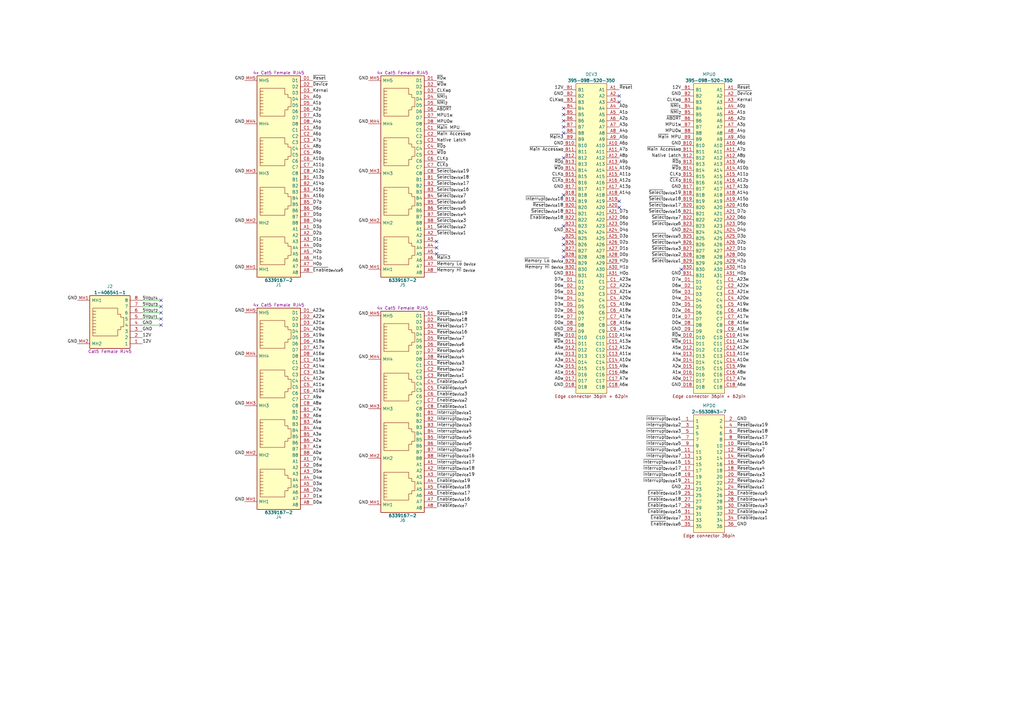
<source format=kicad_sch>
(kicad_sch (version 20231120) (generator "eeschema") (generator_version "8.0")
  (paper "A3")
  (title_block (title "HCP65 Tester") (date "2025-01-30") (rev "V0"))
  (lib_symbols
    (symbol "EDAC:395-098-520-350" (pin_names (offset 0.762))
      (property "Reference" "J" (at 11.43 6.35 0))
      (property "Value" "395-098-520-350" (at 11.43 3.81 0))
      (symbol "395-098-520-350_0_0"
        (pin passive line (at 22.86 0 180) (length 5.08) (name "A1") (number "A1"))
        (pin passive line (at 22.86 -22.86 180) (length 5.08) (name "A10") (number "A10"))
        (pin passive line (at 22.86 -25.4 180) (length 5.08) (name "A11") (number "A11"))
        (pin passive line (at 22.86 -27.94 180) (length 5.08) (name "A12") (number "A12"))
        (pin passive line (at 22.86 -30.48 180) (length 5.08) (name "A13") (number "A13"))
        (pin passive line (at 22.86 -33.02 180) (length 5.08) (name "A14") (number "A14"))
        (pin passive line (at 22.86 -35.56 180) (length 5.08) (name "A15") (number "A15"))
        (pin passive line (at 22.86 -38.1 180) (length 5.08) (name "A16") (number "A16"))
        (pin passive line (at 22.86 -40.64 180) (length 5.08) (name "A17") (number "A17"))
        (pin passive line (at 22.86 -43.18 180) (length 5.08) (name "A18") (number "A18"))
        (pin passive line (at 22.86 -45.72 180) (length 5.08) (name "A19") (number "A19"))
        (pin passive line (at 22.86 -2.54 180) (length 5.08) (name "A2") (number "A2"))
        (pin passive line (at 22.86 -48.26 180) (length 5.08) (name "A20") (number "A20"))
        (pin passive line (at 22.86 -50.8 180) (length 5.08) (name "A21") (number "A21"))
        (pin passive line (at 22.86 -53.34 180) (length 5.08) (name "A22") (number "A22"))
        (pin passive line (at 22.86 -55.88 180) (length 5.08) (name "A23") (number "A23"))
        (pin passive line (at 22.86 -58.42 180) (length 5.08) (name "A24") (number "A24"))
        (pin passive line (at 22.86 -60.96 180) (length 5.08) (name "A25") (number "A25"))
        (pin passive line (at 22.86 -63.5 180) (length 5.08) (name "A26") (number "A26"))
        (pin passive line (at 22.86 -66.04 180) (length 5.08) (name "A27") (number "A27"))
        (pin passive line (at 22.86 -68.58 180) (length 5.08) (name "A28") (number "A28"))
        (pin passive line (at 22.86 -71.12 180) (length 5.08) (name "A29") (number "A29"))
        (pin passive line (at 22.86 -5.08 180) (length 5.08) (name "A3") (number "A3"))
        (pin passive line (at 22.86 -73.66 180) (length 5.08) (name "A30") (number "A30"))
        (pin passive line (at 22.86 -76.2 180) (length 5.08) (name "A31") (number "A31"))
        (pin passive line (at 22.86 -7.62 180) (length 5.08) (name "A4") (number "A4"))
        (pin passive line (at 22.86 -10.16 180) (length 5.08) (name "A5") (number "A5"))
        (pin passive line (at 22.86 -12.7 180) (length 5.08) (name "A6") (number "A6"))
        (pin passive line (at 22.86 -15.24 180) (length 5.08) (name "A7") (number "A7"))
        (pin passive line (at 22.86 -17.78 180) (length 5.08) (name "A8") (number "A8"))
        (pin passive line (at 22.86 -20.32 180) (length 5.08) (name "A9") (number "A9"))
        (pin passive line (at 0 0 0) (length 5.08) (name "B1") (number "B1"))
        (pin passive line (at 0 -22.86 0) (length 5.08) (name "B10") (number "B10"))
        (pin passive line (at 0 -25.4 0) (length 5.08) (name "B11") (number "B11"))
        (pin passive line (at 0 -27.94 0) (length 5.08) (name "B12") (number "B12"))
        (pin passive line (at 0 -30.48 0) (length 5.08) (name "B13") (number "B13"))
        (pin passive line (at 0 -33.02 0) (length 5.08) (name "B14") (number "B14"))
        (pin passive line (at 0 -35.56 0) (length 5.08) (name "B15") (number "B15"))
        (pin passive line (at 0 -38.1 0) (length 5.08) (name "B16") (number "B16"))
        (pin passive line (at 0 -40.64 0) (length 5.08) (name "B17") (number "B17"))
        (pin passive line (at 0 -43.18 0) (length 5.08) (name "B18") (number "B18"))
        (pin passive line (at 0 -45.72 0) (length 5.08) (name "B19") (number "B19"))
        (pin passive line (at 0 -2.54 0) (length 5.08) (name "B2") (number "B2"))
        (pin passive line (at 0 -48.26 0) (length 5.08) (name "B20") (number "B20"))
        (pin passive line (at 0 -50.8 0) (length 5.08) (name "B21") (number "B21"))
        (pin passive line (at 0 -53.34 0) (length 5.08) (name "B22") (number "B22"))
        (pin passive line (at 0 -55.88 0) (length 5.08) (name "B23") (number "B23"))
        (pin passive line (at 0 -58.42 0) (length 5.08) (name "B24") (number "B24"))
        (pin passive line (at 0 -60.96 0) (length 5.08) (name "B25") (number "B25"))
        (pin passive line (at 0 -63.5 0) (length 5.08) (name "B26") (number "B26"))
        (pin passive line (at 0 -66.04 0) (length 5.08) (name "B27") (number "B27"))
        (pin passive line (at 0 -68.58 0) (length 5.08) (name "B28") (number "B28"))
        (pin passive line (at 0 -71.12 0) (length 5.08) (name "B29") (number "B29"))
        (pin passive line (at 0 -5.08 0) (length 5.08) (name "B3") (number "B3"))
        (pin passive line (at 0 -73.66 0) (length 5.08) (name "B30") (number "B30"))
        (pin passive line (at 0 -76.2 0) (length 5.08) (name "B31") (number "B31"))
        (pin passive line (at 0 -7.62 0) (length 5.08) (name "B4") (number "B4"))
        (pin passive line (at 0 -10.16 0) (length 5.08) (name "B5") (number "B5"))
        (pin passive line (at 0 -12.7 0) (length 5.08) (name "B6") (number "B6"))
        (pin passive line (at 0 -15.24 0) (length 5.08) (name "B7") (number "B7"))
        (pin passive line (at 0 -17.78 0) (length 5.08) (name "B8") (number "B8"))
        (pin passive line (at 0 -20.32 0) (length 5.08) (name "B9") (number "B9"))
        (pin passive line (at 22.86 -78.74 180) (length 5.08) (name "C1") (number "C1"))
        (pin passive line (at 22.86 -101.6 180) (length 5.08) (name "C10") (number "C10"))
        (pin passive line (at 22.86 -104.14 180) (length 5.08) (name "C11") (number "C11"))
        (pin passive line (at 22.86 -106.68 180) (length 5.08) (name "C12") (number "C12"))
        (pin passive line (at 22.86 -109.22 180) (length 5.08) (name "C13") (number "C13"))
        (pin passive line (at 22.86 -111.76 180) (length 5.08) (name "C14") (number "C14"))
        (pin passive line (at 22.86 -114.3 180) (length 5.08) (name "C15") (number "C15"))
        (pin passive line (at 22.86 -116.84 180) (length 5.08) (name "C16") (number "C16"))
        (pin passive line (at 22.86 -119.38 180) (length 5.08) (name "C17") (number "C17"))
        (pin passive line (at 22.86 -121.92 180) (length 5.08) (name "C18") (number "C18"))
        (pin passive line (at 22.86 -81.28 180) (length 5.08) (name "C2") (number "C2"))
        (pin passive line (at 22.86 -83.82 180) (length 5.08) (name "C3") (number "C3"))
        (pin passive line (at 22.86 -86.36 180) (length 5.08) (name "C4") (number "C4"))
        (pin passive line (at 22.86 -88.9 180) (length 5.08) (name "C5") (number "C5"))
        (pin passive line (at 22.86 -91.44 180) (length 5.08) (name "C6") (number "C6"))
        (pin passive line (at 22.86 -93.98 180) (length 5.08) (name "C7") (number "C7"))
        (pin passive line (at 22.86 -96.52 180) (length 5.08) (name "C8") (number "C8"))
        (pin passive line (at 22.86 -99.06 180) (length 5.08) (name "C9") (number "C9"))
        (pin passive line (at 0 -78.74 0) (length 5.08) (name "D1") (number "D1"))
        (pin passive line (at 0 -101.6 0) (length 5.08) (name "D10") (number "D10"))
        (pin passive line (at 0 -104.14 0) (length 5.08) (name "D11") (number "D11"))
        (pin passive line (at 0 -106.68 0) (length 5.08) (name "D12") (number "D12"))
        (pin passive line (at 0 -109.22 0) (length 5.08) (name "D13") (number "D13"))
        (pin passive line (at 0 -111.76 0) (length 5.08) (name "D14") (number "D14"))
        (pin passive line (at 0 -114.3 0) (length 5.08) (name "D15") (number "D15"))
        (pin passive line (at 0 -116.84 0) (length 5.08) (name "D16") (number "D16"))
        (pin passive line (at 0 -119.38 0) (length 5.08) (name "D17") (number "D17"))
        (pin passive line (at 0 -121.92 0) (length 5.08) (name "D18") (number "D18"))
        (pin passive line (at 0 -81.28 0) (length 5.08) (name "D2") (number "D2"))
        (pin passive line (at 0 -83.82 0) (length 5.08) (name "D3") (number "D3"))
        (pin passive line (at 0 -86.36 0) (length 5.08) (name "D4") (number "D4"))
        (pin passive line (at 0 -88.9 0) (length 5.08) (name "D5") (number "D5"))
        (pin passive line (at 0 -91.44 0) (length 5.08) (name "D6") (number "D6"))
        (pin passive line (at 0 -93.98 0) (length 5.08) (name "D7") (number "D7"))
        (pin passive line (at 0 -96.52 0) (length 5.08) (name "D8") (number "D8"))
        (pin passive line (at 0 -99.06 0) (length 5.08) (name "D9") (number "D9"))
      )
      (symbol "395-098-520-350_1_1"
        (polyline (pts (xy 5.08 2.54) (xy 17.78 2.54) (xy 17.78 -124.46) (xy 5.08 -124.46) (xy 5.08 2.54)) (stroke (width 0.1524)) (fill (type background)))
        (text "Edge connector 36pin + 62pin" (at 11.43 -125.73 0) (effects (font (size 1.27 1.27))))
      )
    )
    (symbol "TE_Connectivity:1-406541-1" (pin_names (offset 0.762))
      (property "Reference" "J" (at -13.335 5.715 0))
      (property "Value" "1-406541-1" (at -13.335 3.175 0))
      (property "Description" "Cat5 Female RJ45" (at -13.335 -20.955 0))
      (symbol "1-406541-1_0_0"
        (pin passive line (at 0 -17.78 180) (length 5.08) (name "1") (number "1"))
        (pin passive line (at 0 -15.24 180) (length 5.08) (name "2") (number "2"))
        (pin passive line (at 0 -12.7 180) (length 5.08) (name "3") (number "3"))
        (pin passive line (at 0 -10.16 180) (length 5.08) (name "4") (number "4"))
        (pin passive line (at 0 -7.62 180) (length 5.08) (name "5") (number "5"))
        (pin passive line (at 0 -5.08 180) (length 5.08) (name "6") (number "6"))
        (pin passive line (at 0 -2.54 180) (length 5.08) (name "7") (number "7"))
        (pin passive line (at 0 0 180) (length 5.08) (name "8") (number "8"))
      )
      (symbol "1-406541-1_0_1"
        (rectangle (start -21.59 1.905) (end -5.08 -19.685) (stroke (width 0.254)) (fill (type background)))
        (polyline (pts (xy -19.05 -5.715) (xy -20.32 -5.715)))
        (polyline (pts (xy -19.05 -4.445) (xy -20.32 -4.445)))
        (polyline (pts (xy -20.32 -13.335) (xy -19.05 -13.335) (xy -19.05 -13.335)))
        (polyline (pts (xy -20.32 -12.065) (xy -19.05 -12.065) (xy -19.05 -12.065)))
        (polyline (pts (xy -20.32 -10.795) (xy -19.05 -10.795) (xy -19.05 -10.795)))
        (polyline (pts (xy -20.32 -9.525) (xy -19.05 -9.525) (xy -19.05 -9.525)))
        (polyline (pts (xy -20.32 -8.255) (xy -19.05 -8.255) (xy -19.05 -8.255)))
        (polyline (pts (xy -19.05 -6.985) (xy -20.32 -6.985) (xy -20.32 -6.985)))
        (polyline (pts (xy -20.32 -14.605) (xy -20.32 -3.175) (xy -10.16 -3.175) (xy -10.16 -5.715) (xy -8.89 -5.715) (xy -8.89 -6.985) (xy -7.62 -6.985) (xy -7.62 -10.795) (xy -8.89 -10.795) (xy -8.89 -12.065) (xy -10.16 -12.065) (xy -10.16 -14.605) (xy -20.32 -14.605) (xy -20.32 -14.605)))
      )
      (symbol "1-406541-1_1_0"
        (pin passive line (at -26.67 0 0) (length 5.08) (name "MH1") (number "MH1"))
        (pin passive line (at -26.67 -17.78 0) (length 5.08) (name "MH2") (number "MH2"))
      )
    )
    (symbol "TE_Connectivity:2-5530843-7" (pin_names (offset 0.762))
      (property "Reference" "J" (at 11.43 6.35 0))
      (property "Value" "2-5530843-7" (at 11.43 3.81 0))
      (symbol "2-5530843-7_0_0"
        (pin passive line (at 0 0 0) (length 5.08) (name "1") (number "1"))
        (pin passive line (at 22.86 -10.16 180) (length 5.08) (name "10") (number "10"))
        (pin passive line (at 0 -12.7 0) (length 5.08) (name "11") (number "11"))
        (pin passive line (at 22.86 -12.7 180) (length 5.08) (name "12") (number "12"))
        (pin passive line (at 0 -15.24 0) (length 5.08) (name "13") (number "13"))
        (pin passive line (at 22.86 -15.24 180) (length 5.08) (name "14") (number "14"))
        (pin passive line (at 0 -17.78 0) (length 5.08) (name "15") (number "15"))
        (pin passive line (at 22.86 -17.78 180) (length 5.08) (name "16") (number "16"))
        (pin passive line (at 0 -20.32 0) (length 5.08) (name "17") (number "17"))
        (pin passive line (at 22.86 -20.32 180) (length 5.08) (name "18") (number "18"))
        (pin passive line (at 0 -22.86 0) (length 5.08) (name "19") (number "19"))
        (pin passive line (at 22.86 0 180) (length 5.08) (name "2") (number "2"))
        (pin passive line (at 22.86 -22.86 180) (length 5.08) (name "20") (number "20"))
        (pin passive line (at 0 -25.4 0) (length 5.08) (name "21") (number "21"))
        (pin passive line (at 22.86 -25.4 180) (length 5.08) (name "22") (number "22"))
        (pin passive line (at 0 -27.94 0) (length 5.08) (name "23") (number "23"))
        (pin passive line (at 22.86 -27.94 180) (length 5.08) (name "24") (number "24"))
        (pin passive line (at 0 -30.48 0) (length 5.08) (name "25") (number "25"))
        (pin passive line (at 22.86 -30.48 180) (length 5.08) (name "26") (number "26"))
        (pin passive line (at 0 -33.02 0) (length 5.08) (name "27") (number "27"))
        (pin passive line (at 22.86 -33.02 180) (length 5.08) (name "28") (number "28"))
        (pin passive line (at 0 -35.56 0) (length 5.08) (name "29") (number "29"))
        (pin passive line (at 0 -2.54 0) (length 5.08) (name "3") (number "3"))
        (pin passive line (at 22.86 -35.56 180) (length 5.08) (name "30") (number "30"))
        (pin passive line (at 0 -38.1 0) (length 5.08) (name "31") (number "31"))
        (pin passive line (at 22.86 -38.1 180) (length 5.08) (name "32") (number "32"))
        (pin passive line (at 0 -40.64 0) (length 5.08) (name "33") (number "33"))
        (pin passive line (at 22.86 -40.64 180) (length 5.08) (name "34") (number "34"))
        (pin passive line (at 0 -43.18 0) (length 5.08) (name "35") (number "35"))
        (pin passive line (at 22.86 -43.18 180) (length 5.08) (name "36") (number "36"))
        (pin passive line (at 22.86 -2.54 180) (length 5.08) (name "4") (number "4"))
        (pin passive line (at 0 -5.08 0) (length 5.08) (name "5") (number "5"))
        (pin passive line (at 22.86 -5.08 180) (length 5.08) (name "6") (number "6"))
        (pin passive line (at 0 -7.62 0) (length 5.08) (name "7") (number "7"))
        (pin passive line (at 22.86 -7.62 180) (length 5.08) (name "8") (number "8"))
        (pin passive line (at 0 -10.16 0) (length 5.08) (name "9") (number "9"))
      )
      (symbol "2-5530843-7_1_1"
        (polyline (pts (xy 5.08 2.54) (xy 17.78 2.54) (xy 17.78 -45.72) (xy 5.08 -45.72) (xy 5.08 2.54)) (stroke (width 0.1524)) (fill (type background)))
        (text "Edge connector 36pin" (at 11.43 -46.99 0) (effects (font (size 1.27 1.27))))
      )
    )
    (symbol "TE_Connectivity:6339167-2" (pin_names (offset 0.762))
      (property "Reference" "J" (at -13.97 5.08 0))
      (property "Value" "6339167-2" (at -13.97 3.175 0))
      (property "Description" "4x Cat5 Female RJ45" (at -13.97 -81.915 0))
      (symbol "6339167-2_0_0"
        (pin passive line (at 0 -17.78 180) (length 5.08) (name "A1") (number "A1"))
        (pin passive line (at 0 -15.24 180) (length 5.08) (name "A2") (number "A2"))
        (pin passive line (at 0 -12.7 180) (length 5.08) (name "A3") (number "A3"))
        (pin passive line (at 0 -10.16 180) (length 5.08) (name "A4") (number "A4"))
        (pin passive line (at 0 -7.62 180) (length 5.08) (name "A5") (number "A5"))
        (pin passive line (at 0 -5.08 180) (length 5.08) (name "A6") (number "A6"))
        (pin passive line (at 0 -2.54 180) (length 5.08) (name "A7") (number "A7"))
        (pin passive line (at 0 0 180) (length 5.08) (name "A8") (number "A8"))
        (pin passive line (at 0 -38.1 180) (length 5.08) (name "B1") (number "B1"))
        (pin passive line (at 0 -35.56 180) (length 5.08) (name "B2") (number "B2"))
        (pin passive line (at 0 -33.02 180) (length 5.08) (name "B3") (number "B3"))
        (pin passive line (at 0 -30.48 180) (length 5.08) (name "B4") (number "B4"))
        (pin passive line (at 0 -27.94 180) (length 5.08) (name "B5") (number "B5"))
        (pin passive line (at 0 -25.4 180) (length 5.08) (name "B6") (number "B6"))
        (pin passive line (at 0 -22.86 180) (length 5.08) (name "B7") (number "B7"))
        (pin passive line (at 0 -20.32 180) (length 5.08) (name "B8") (number "B8"))
        (pin passive line (at 0 -58.42 180) (length 5.08) (name "C1") (number "C1"))
        (pin passive line (at 0 -55.88 180) (length 5.08) (name "C2") (number "C2"))
        (pin passive line (at 0 -53.34 180) (length 5.08) (name "C3") (number "C3"))
        (pin passive line (at 0 -50.8 180) (length 5.08) (name "C4") (number "C4"))
        (pin passive line (at 0 -48.26 180) (length 5.08) (name "C5") (number "C5"))
        (pin passive line (at 0 -45.72 180) (length 5.08) (name "C6") (number "C6"))
        (pin passive line (at 0 -43.18 180) (length 5.08) (name "C7") (number "C7"))
        (pin passive line (at 0 -40.64 180) (length 5.08) (name "C8") (number "C8"))
        (pin passive line (at 0 -78.74 180) (length 5.08) (name "D1") (number "D1"))
        (pin passive line (at 0 -76.2 180) (length 5.08) (name "D2") (number "D2"))
        (pin passive line (at 0 -73.66 180) (length 5.08) (name "D3") (number "D3"))
        (pin passive line (at 0 -71.12 180) (length 5.08) (name "D4") (number "D4"))
        (pin passive line (at 0 -68.58 180) (length 5.08) (name "D5") (number "D5"))
        (pin passive line (at 0 -66.04 180) (length 5.08) (name "D6") (number "D6"))
        (pin passive line (at 0 -63.5 180) (length 5.08) (name "D7") (number "D7"))
        (pin passive line (at 0 -60.96 180) (length 5.08) (name "D8") (number "D8"))
        (pin passive line (at -27.94 -1.27 0) (length 5.08) (name "MH1") (number "MH1"))
        (pin passive line (at -27.94 -20.32 0) (length 5.08) (name "MH2") (number "MH2"))
        (pin passive line (at -27.94 -40.64 0) (length 5.08) (name "MH3") (number "MH3"))
        (pin passive line (at -27.94 -60.96 0) (length 5.08) (name "MH4") (number "MH4"))
        (pin passive line (at -27.94 -78.74 0) (length 5.08) (name "MH5") (number "MH5"))
      )
      (symbol "6339167-2_0_1"
        (rectangle (start -22.86 1.905) (end -5.08 -80.645) (stroke (width 0.254)) (fill (type background)))
        (polyline (pts (xy -20.32 -66.675) (xy -21.59 -66.675)))
        (polyline (pts (xy -20.32 -65.405) (xy -21.59 -65.405)))
        (polyline (pts (xy -20.32 -46.355) (xy -21.59 -46.355)))
        (polyline (pts (xy -20.32 -45.085) (xy -21.59 -45.085)))
        (polyline (pts (xy -20.32 -26.035) (xy -21.59 -26.035)))
        (polyline (pts (xy -20.32 -24.765) (xy -21.59 -24.765)))
        (polyline (pts (xy -20.32 -5.715) (xy -21.59 -5.715)))
        (polyline (pts (xy -20.32 -4.445) (xy -21.59 -4.445)))
        (polyline (pts (xy -21.59 -74.295) (xy -20.32 -74.295) (xy -20.32 -74.295)))
        (polyline (pts (xy -21.59 -73.025) (xy -20.32 -73.025) (xy -20.32 -73.025)))
        (polyline (pts (xy -21.59 -71.755) (xy -20.32 -71.755) (xy -20.32 -71.755)))
        (polyline (pts (xy -21.59 -70.485) (xy -20.32 -70.485) (xy -20.32 -70.485)))
        (polyline (pts (xy -21.59 -69.215) (xy -20.32 -69.215) (xy -20.32 -69.215)))
        (polyline (pts (xy -21.59 -53.975) (xy -20.32 -53.975) (xy -20.32 -53.975)))
        (polyline (pts (xy -21.59 -52.705) (xy -20.32 -52.705) (xy -20.32 -52.705)))
        (polyline (pts (xy -21.59 -51.435) (xy -20.32 -51.435) (xy -20.32 -51.435)))
        (polyline (pts (xy -21.59 -50.165) (xy -20.32 -50.165) (xy -20.32 -50.165)))
        (polyline (pts (xy -21.59 -48.895) (xy -20.32 -48.895) (xy -20.32 -48.895)))
        (polyline (pts (xy -21.59 -33.655) (xy -20.32 -33.655) (xy -20.32 -33.655)))
        (polyline (pts (xy -21.59 -32.385) (xy -20.32 -32.385) (xy -20.32 -32.385)))
        (polyline (pts (xy -21.59 -31.115) (xy -20.32 -31.115) (xy -20.32 -31.115)))
        (polyline (pts (xy -21.59 -29.845) (xy -20.32 -29.845) (xy -20.32 -29.845)))
        (polyline (pts (xy -21.59 -28.575) (xy -20.32 -28.575) (xy -20.32 -28.575)))
        (polyline (pts (xy -21.59 -13.335) (xy -20.32 -13.335) (xy -20.32 -13.335)))
        (polyline (pts (xy -21.59 -12.065) (xy -20.32 -12.065) (xy -20.32 -12.065)))
        (polyline (pts (xy -21.59 -10.795) (xy -20.32 -10.795) (xy -20.32 -10.795)))
        (polyline (pts (xy -21.59 -9.525) (xy -20.32 -9.525) (xy -20.32 -9.525)))
        (polyline (pts (xy -21.59 -8.255) (xy -20.32 -8.255) (xy -20.32 -8.255)))
        (polyline (pts (xy -20.32 -67.945) (xy -21.59 -67.945) (xy -21.59 -67.945)))
        (polyline (pts (xy -20.32 -47.625) (xy -21.59 -47.625) (xy -21.59 -47.625)))
        (polyline (pts (xy -20.32 -27.305) (xy -21.59 -27.305) (xy -21.59 -27.305)))
        (polyline (pts (xy -20.32 -6.985) (xy -21.59 -6.985) (xy -21.59 -6.985)))
        (polyline (pts (xy -21.59 -75.565) (xy -21.59 -64.135) (xy -11.43 -64.135) (xy -11.43 -66.675) (xy -10.16 -66.675) (xy -10.16 -67.945) (xy -8.89 -67.945) (xy -8.89 -71.755) (xy -10.16 -71.755) (xy -10.16 -73.025) (xy -11.43 -73.025) (xy -11.43 -75.565) (xy -21.59 -75.565) (xy -21.59 -75.565)))
        (polyline (pts (xy -21.59 -55.245) (xy -21.59 -43.815) (xy -11.43 -43.815) (xy -11.43 -46.355) (xy -10.16 -46.355) (xy -10.16 -47.625) (xy -8.89 -47.625) (xy -8.89 -51.435) (xy -10.16 -51.435) (xy -10.16 -52.705) (xy -11.43 -52.705) (xy -11.43 -55.245) (xy -21.59 -55.245) (xy -21.59 -55.245)))
        (polyline (pts (xy -21.59 -34.925) (xy -21.59 -23.495) (xy -11.43 -23.495) (xy -11.43 -26.035) (xy -10.16 -26.035) (xy -10.16 -27.305) (xy -8.89 -27.305) (xy -8.89 -31.115) (xy -10.16 -31.115) (xy -10.16 -32.385) (xy -11.43 -32.385) (xy -11.43 -34.925) (xy -21.59 -34.925) (xy -21.59 -34.925)))
        (polyline (pts (xy -21.59 -14.605) (xy -21.59 -3.175) (xy -11.43 -3.175) (xy -11.43 -5.715) (xy -10.16 -5.715) (xy -10.16 -6.985) (xy -8.89 -6.985) (xy -8.89 -10.795) (xy -10.16 -10.795) (xy -10.16 -12.065) (xy -11.43 -12.065) (xy -11.43 -14.605) (xy -21.59 -14.605) (xy -21.59 -14.605)))
      )
    )
  )
  (no_connect (at 254 41.91))
  (no_connect (at 66.04 128.27))
  (no_connect (at 231.14 46.99))
  (no_connect (at 254 85.09))
  (no_connect (at 179.07 99.06))
  (no_connect (at 231.14 102.87))
  (no_connect (at 231.14 44.45))
  (no_connect (at 279.4 110.49))
  (no_connect (at 231.14 49.53))
  (no_connect (at 66.04 130.81))
  (no_connect (at 66.04 125.73))
  (no_connect (at 66.04 123.19))
  (no_connect (at 231.14 92.71))
  (no_connect (at 254 39.37))
  (no_connect (at 231.14 54.61))
  (no_connect (at 179.07 104.14))
  (no_connect (at 231.14 105.41))
  (no_connect (at 179.07 101.6))
  (no_connect (at 231.14 80.01))
  (no_connect (at 231.14 97.79))
  (no_connect (at 231.14 100.33))
  (no_connect (at 254 82.55))
  (no_connect (at 66.04 133.35))
  (no_connect (at 231.14 52.07))
  (no_connect (at 231.14 64.77))
  (wire (pts (xy 58.42 130.81) (xy 66.04 130.81)))
  (wire (pts (xy 58.42 125.73) (xy 66.04 125.73)))
  (wire (pts (xy 58.42 133.35) (xy 66.04 133.35)))
  (wire (pts (xy 58.42 123.19) (xy 66.04 123.19)))
  (wire (pts (xy 58.42 128.27) (xy 66.04 128.27)))
  (label "GND" (at 279.4 158.75 180))
  (label "D0_{D}" (at 254 105.41 0))
  (label "~{Select}_{Device}4" (at 279.4 100.33 180))
  (label "A11_{M}" (at 302.26 146.05 0))
  (label "MPU1_{M}" (at 279.4 52.07 180))
  (label "A10_{D}" (at 302.26 69.85 0))
  (label "~{CLK}_{D}" (at 179.07 68.58 0))
  (label "~{WD}_{D}" (at 231.14 69.85 180))
  (label "D4_{M}" (at 231.14 123.19 180))
  (label "GND" (at 100.33 91.44 180))
  (label "~{Memory Hi}_{ Device}" (at 231.14 110.49 180))
  (label "~{Memory Lo}_{ Device}" (at 231.14 107.95 180))
  (label "~{Select}_{Device}18" (at 279.4 82.55 180))
  (label "GND" (at 58.42 135.89 0))
  (label "~{Interrupt}_{Device}1" (at 279.4 172.72 180))
  (label "A21_{M}" (at 254 120.65 0))
  (label "A14_{D}" (at 254 80.01 0))
  (label "A12_{D}" (at 128.27 71.12 0))
  (label "D2_{M}" (at 128.27 201.93 0))
  (label "D5_{D}" (at 254 92.71 0))
  (label "D4_{M}" (at 279.4 123.19 180))
  (label "~{Reset}_{Device}3" (at 302.26 195.58 0))
  (label "5V_{OUT1}" (at 58.42 130.81 0))
  (label "D7_{M}" (at 128.27 189.23 0))
  (label "~{Interrupt}_{Device}16" (at 279.4 190.5 180))
  (label "GND" (at 231.14 158.75 180))
  (label "GND" (at 231.14 95.25 180))
  (label "A19_{M}" (at 254 125.73 0))
  (label "D1_{M}" (at 279.4 130.81 180))
  (label "GND" (at 100.33 110.49 180))
  (label "GND" (at 31.75 123.19 180))
  (label "~{Enable}_{Device}19" (at 279.4 203.2 180))
  (label "~{Enable}_{Device}5" (at 179.07 157.48 0))
  (label "A7_{M}" (at 254 156.21 0))
  (label "A4_{M}" (at 231.14 146.05 180))
  (label "~{Interrupt}_{Device}6" (at 279.4 185.42 180))
  (label "~{Enable}_{Device}16" (at 179.07 205.74 0))
  (label "~{Reset}_{Device}5" (at 179.07 144.78 0))
  (label "A23_{M}" (at 128.27 128.27 0))
  (label "~{Select}_{Device}18" (at 179.07 73.66 0))
  (label "A18_{M}" (at 254 128.27 0))
  (label "GND" (at 31.75 140.97 180))
  (label "~{Interrupt}_{Device}2" (at 179.07 172.72 0))
  (label "~{Select}_{Device}5" (at 179.07 86.36 0))
  (label "~{Enable}_{Device}18" (at 179.07 200.66 0))
  (label "~{Interrupt}_{Device}4" (at 279.4 180.34 180))
  (label "D3_{D}" (at 302.26 97.79 0))
  (label "Kernal" (at 128.27 38.1 0))
  (label "D2_{M}" (at 279.4 128.27 180))
  (label "A20_{M}" (at 302.26 123.19 0))
  (label "D0_{M}" (at 279.4 133.35 180))
  (label "A1_{M}" (at 279.4 153.67 180))
  (label "A6_{M}" (at 302.26 158.75 0))
  (label "~{Reset}_{Device}7" (at 302.26 185.42 0))
  (label "D3_{M}" (at 279.4 125.73 180))
  (label "~{Interrupt}_{Device}1" (at 179.07 170.18 0))
  (label "~{Select}_{Device}5" (at 279.4 97.79 180))
  (label "D6_{M}" (at 279.4 118.11 180))
  (label "~{NMI}_{1}" (at 279.4 44.45 180))
  (label "A2_{M}" (at 231.14 151.13 180))
  (label "~{Select}_{Device}19" (at 179.07 71.12 0))
  (label "A9_{D}" (at 254 67.31 0))
  (label "GND" (at 100.33 128.27 180))
  (label "~{Interrupt}_{Device}19" (at 279.4 198.12 180))
  (label "~{Reset}" (at 254 36.83 0))
  (label "~{Enable}_{Device}3" (at 302.26 208.28 0))
  (label "~{Interrupt}_{Device}19" (at 179.07 195.58 0))
  (label "~{Enable}_{Device}18" (at 279.4 205.74 180))
  (label "~{Enable}_{Device}5" (at 302.26 203.2 0))
  (label "A12_{D}" (at 254 74.93 0))
  (label "~{Select}_{Device}6" (at 279.4 92.71 180))
  (label "~{Interrupt}_{Device}7" (at 179.07 185.42 0))
  (label "A0_{M}" (at 231.14 156.21 180))
  (label "A2_{M}" (at 279.4 151.13 180))
  (label "~{Select}_{Device}1" (at 279.4 107.95 180))
  (label "GND" (at 279.4 135.89 180))
  (label "A10_{D}" (at 254 69.85 0))
  (label "D4_{D}" (at 128.27 91.44 0))
  (label "A11_{D}" (at 128.27 68.58 0))
  (label "~{Select}_{Device}17" (at 279.4 85.09 180))
  (label "A8_{D}" (at 302.26 64.77 0))
  (label "A1_{D}" (at 254 46.99 0))
  (label "A14_{M}" (at 128.27 151.13 0))
  (label "~{RD}_{M}" (at 279.4 138.43 180))
  (label "A0_{D}" (at 254 44.45 0))
  (label "A16_{M}" (at 254 133.35 0))
  (label "~{RD}_{D}" (at 231.14 67.31 180))
  (label "~{Main} MPU" (at 179.07 53.34 0))
  (label "CLK_{D}" (at 179.07 66.04 0))
  (label "D6_{D}" (at 128.27 86.36 0))
  (label "~{Device}" (at 302.26 39.37 0))
  (label "A10_{M}" (at 254 148.59 0))
  (label "A5_{M}" (at 279.4 143.51 180))
  (label "MPU1_{M}" (at 179.07 48.26 0))
  (label "~{WD}_{D}" (at 179.07 63.5 0))
  (label "A6_{M}" (at 128.27 171.45 0))
  (label "~{ABORT}" (at 279.4 49.53 180))
  (label "A1_{M}" (at 128.27 184.15 0))
  (label "A7_{M}" (at 302.26 156.21 0))
  (label "~{Enable}_{Device}17" (at 179.07 203.2 0))
  (label "D5_{M}" (at 128.27 194.31 0))
  (label "~{Select}_{Device}16" (at 179.07 78.74 0))
  (label "~{Select}_{Device}3" (at 279.4 102.87 180))
  (label "A8_{M}" (at 254 153.67 0))
  (label "~{Reset}_{Device}4" (at 302.26 193.04 0))
  (label "MPU0_{M}" (at 179.07 50.8 0))
  (label "~{Enable}_{Device}16" (at 279.4 210.82 180))
  (label "~{NMI}_{2}" (at 279.4 46.99 180))
  (label "~{CLK}_{D}" (at 231.14 74.93 180))
  (label "~{Interrupt}_{Device}18" (at 231.14 82.55 180))
  (label "GND" (at 100.33 33.02 180))
  (label "~{WD}_{D}" (at 279.4 69.85 180))
  (label "~{Interrupt}_{Device}2" (at 279.4 175.26 180))
  (label "A6_{D}" (at 302.26 59.69 0))
  (label "A12_{M}" (at 302.26 143.51 0))
  (label "A11_{M}" (at 128.27 158.75 0))
  (label "GND" (at 100.33 186.69 180))
  (label "A20_{M}" (at 254 123.19 0))
  (label "GND" (at 302.26 215.9 0))
  (label "~{Enable}_{Device}18" (at 231.14 90.17 180))
  (label "~{WD}_{M}" (at 231.14 140.97 180))
  (label "A5_{D}" (at 254 57.15 0))
  (label "A5_{D}" (at 302.26 57.15 0))
  (label "A19_{M}" (at 128.27 138.43 0))
  (label "A13_{D}" (at 302.26 77.47 0))
  (label "~{Enable}_{Device}17" (at 279.4 208.28 180))
  (label "D6_{D}" (at 254 90.17 0))
  (label "~{Reset}_{Device}2" (at 179.07 152.4 0))
  (label "A9_{M}" (at 128.27 163.83 0))
  (label "D1_{D}" (at 128.27 99.06 0))
  (label "A22_{M}" (at 128.27 130.81 0))
  (label "H0_{D}" (at 254 113.03 0))
  (label "~{Reset}_{Device}7" (at 179.07 139.7 0))
  (label "GND" (at 279.4 95.25 180))
  (label "~{Interrupt}_{Device}7" (at 279.4 187.96 180))
  (label "GND" (at 231.14 59.69 180))
  (label "H2_{D}" (at 302.26 107.95 0))
  (label "D0_{D}" (at 302.26 105.41 0))
  (label "A19_{M}" (at 302.26 125.73 0))
  (label "A9_{M}" (at 302.26 151.13 0))
  (label "D3_{M}" (at 128.27 199.39 0))
  (label "Native Latch" (at 179.07 58.42 0))
  (label "A11_{D}" (at 254 72.39 0))
  (label "12V" (at 58.42 138.43 0))
  (label "A8_{D}" (at 128.27 60.96 0))
  (label "A1_{D}" (at 128.27 43.18 0))
  (label "~{Interrupt}_{Device}5" (at 179.07 180.34 0))
  (label "Native Latch" (at 279.4 64.77 180))
  (label "A2_{D}" (at 128.27 45.72 0))
  (label "A17_{M}" (at 302.26 130.81 0))
  (label "MPU0_{M}" (at 279.4 54.61 180))
  (label "5V_{OUT2}" (at 58.42 128.27 0))
  (label "A9_{D}" (at 302.26 67.31 0))
  (label "H0_{D}" (at 128.27 109.22 0))
  (label "A2_{D}" (at 254 49.53 0))
  (label "A15_{D}" (at 302.26 82.55 0))
  (label "~{NMI}_{1}" (at 179.07 40.64 0))
  (label "CLK_{M0}" (at 279.4 41.91 180))
  (label "~{WD}_{M}" (at 179.07 35.56 0))
  (label "D6_{M}" (at 231.14 118.11 180))
  (label "~{Interrupt}_{Device}5" (at 279.4 182.88 180))
  (label "D6_{D}" (at 302.26 90.17 0))
  (label "~{Interrupt}_{Device}17" (at 179.07 190.5 0))
  (label "A11_{M}" (at 254 146.05 0))
  (label "GND" (at 100.33 50.8 180))
  (label "A16_{D}" (at 302.26 85.09 0))
  (label "GND" (at 279.4 113.03 180))
  (label "GND" (at 151.13 187.96 180))
  (label "A16_{M}" (at 302.26 133.35 0))
  (label "~{Interrupt}_{Device}3" (at 179.07 175.26 0))
  (label "A0_{M}" (at 128.27 186.69 0))
  (label "GND" (at 100.33 146.05 180))
  (label "D7_{M}" (at 231.14 115.57 180))
  (label "~{Reset}_{Device}18" (at 179.07 132.08 0))
  (label "A3_{M}" (at 231.14 148.59 180))
  (label "~{Interrupt}_{Device}18" (at 279.4 195.58 180))
  (label "D0_{M}" (at 128.27 207.01 0))
  (label "A2_{D}" (at 302.26 49.53 0))
  (label "A9_{M}" (at 254 151.13 0))
  (label "~{Select}_{Device}7" (at 279.4 90.17 180))
  (label "GND" (at 302.26 172.72 0))
  (label "A17_{M}" (at 254 130.81 0))
  (label "A6_{D}" (at 254 59.69 0))
  (label "A3_{M}" (at 128.27 179.07 0))
  (label "D4_{D}" (at 302.26 95.25 0))
  (label "A11_{D}" (at 302.26 72.39 0))
  (label "D5_{D}" (at 128.27 88.9 0))
  (label "GND" (at 151.13 167.64 180))
  (label "GND" (at 279.4 39.37 180))
  (label "A10_{M}" (at 128.27 161.29 0))
  (label "D3_{D}" (at 254 97.79 0))
  (label "A1_{D}" (at 302.26 46.99 0))
  (label "~{Reset}_{Device}16" (at 302.26 182.88 0))
  (label "GND" (at 151.13 147.32 180))
  (label "~{WD}_{M}" (at 279.4 140.97 180))
  (label "GND" (at 231.14 135.89 180))
  (label "12V" (at 58.42 140.97 0))
  (label "~{Memory Lo}_{ Device}" (at 179.07 109.22 0))
  (label "A3_{D}" (at 254 52.07 0))
  (label "A5_{M}" (at 128.27 173.99 0))
  (label "~{RD}_{M}" (at 231.14 138.43 180))
  (label "A4_{D}" (at 128.27 50.8 0))
  (label "D1_{D}" (at 254 102.87 0))
  (label "A14_{M}" (at 302.26 138.43 0))
  (label "~{CLK}_{D}" (at 279.4 74.93 180))
  (label "~{Reset}_{Device}18" (at 302.26 177.8 0))
  (label "~{Main Access}_{M0}" (at 231.14 62.23 180))
  (label "A18_{M}" (at 128.27 140.97 0))
  (label "~{Main}3" (at 231.14 57.15 180))
  (label "A8_{M}" (at 128.27 166.37 0))
  (label "~{Memory Hi}_{ Device}" (at 179.07 111.76 0))
  (label "D5_{M}" (at 231.14 120.65 180))
  (label "D4_{D}" (at 254 95.25 0))
  (label "~{Reset}_{Device}1" (at 302.26 200.66 0))
  (label "A15_{M}" (at 128.27 148.59 0))
  (label "D0_{M}" (at 231.14 133.35 180))
  (label "~{Select}_{Device}18" (at 231.14 87.63 180))
  (label "GND" (at 100.33 166.37 180))
  (label "D3_{D}" (at 128.27 93.98 0))
  (label "GND" (at 151.13 207.01 180))
  (label "GND" (at 151.13 33.02 180))
  (label "D4_{M}" (at 128.27 196.85 0))
  (label "~{Enable}_{Device}1" (at 179.07 167.64 0))
  (label "~{Reset}_{Device}6" (at 302.26 187.96 0))
  (label "~{RD}_{D}" (at 179.07 60.96 0))
  (label "~{Select}_{Device}6" (at 179.07 83.82 0))
  (label "~{Select}_{Device}19" (at 279.4 80.01 180))
  (label "~{Select}_{Device}2" (at 279.4 105.41 180))
  (label "~{Select}_{Device}17" (at 179.07 76.2 0))
  (label "A8_{M}" (at 302.26 153.67 0))
  (label "A0_{D}" (at 302.26 44.45 0))
  (label "GND" (at 151.13 91.44 180))
  (label "A9_{D}" (at 128.27 63.5 0))
  (label "~{Interrupt}_{Device}18" (at 179.07 193.04 0))
  (label "A2_{M}" (at 128.27 181.61 0))
  (label "A8_{D}" (at 254 64.77 0))
  (label "H2_{D}" (at 128.27 104.14 0))
  (label "A7_{M}" (at 128.27 168.91 0))
  (label "~{Interrupt}_{Device}6" (at 179.07 182.88 0))
  (label "A4_{D}" (at 254 54.61 0))
  (label "A18_{M}" (at 302.26 128.27 0))
  (label "A22_{M}" (at 254 118.11 0))
  (label "~{Reset}_{Device}17" (at 179.07 134.62 0))
  (label "~{Reset}_{Device}19" (at 179.07 129.54 0))
  (label "~{Enable}_{Device}3" (at 179.07 162.56 0))
  (label "GND" (at 151.13 110.49 180))
  (label "GND" (at 58.42 133.35 0))
  (label "5V_{OUT4}" (at 58.42 123.19 0))
  (label "A13_{M}" (at 128.27 153.67 0))
  (label "GND" (at 231.14 77.47 180))
  (label "D1_{D}" (at 302.26 102.87 0))
  (label "GND" (at 151.13 129.54 180))
  (label "H1_{D}" (at 128.27 106.68 0))
  (label "D7_{D}" (at 254 87.63 0))
  (label "GND" (at 151.13 71.12 180))
  (label "~{Reset}" (at 302.26 36.83 0))
  (label "D5_{D}" (at 302.26 92.71 0))
  (label "~{Reset}_{Device}1" (at 179.07 154.94 0))
  (label "A23_{M}" (at 254 115.57 0))
  (label "5V_{OUT3}" (at 58.42 125.73 0))
  (label "D2_{M}" (at 231.14 128.27 180))
  (label "A10_{M}" (at 302.26 148.59 0))
  (label "CLK_{D}" (at 279.4 72.39 180))
  (label "~{Reset}_{Device}5" (at 302.26 190.5 0))
  (label "A4_{M}" (at 279.4 146.05 180))
  (label "D5_{M}" (at 279.4 120.65 180))
  (label "D3_{M}" (at 231.14 125.73 180))
  (label "A6_{D}" (at 128.27 55.88 0))
  (label "D7_{M}" (at 279.4 115.57 180))
  (label "~{Interrupt}_{Device}16" (at 179.07 187.96 0))
  (label "D7_{D}" (at 128.27 83.82 0))
  (label "~{Interrupt}_{Device}17" (at 279.4 193.04 180))
  (label "~{Main} MPU" (at 279.4 57.15 180))
  (label "~{Select}_{Device}4" (at 179.07 88.9 0))
  (label "~{Enable}_{Device}7" (at 179.07 208.28 0))
  (label "~{Select}_{Device}1" (at 179.07 96.52 0))
  (label "A12_{D}" (at 302.26 74.93 0))
  (label "~{Enable}_{Device}2" (at 179.07 165.1 0))
  (label "A14_{M}" (at 254 138.43 0))
  (label "A13_{D}" (at 254 77.47 0))
  (label "A17_{M}" (at 128.27 143.51 0))
  (label "A12_{M}" (at 254 143.51 0))
  (label "A6_{M}" (at 254 158.75 0))
  (label "CLK_{M0}" (at 179.07 38.1 0))
  (label "A15_{M}" (at 254 135.89 0))
  (label "A4_{M}" (at 128.27 176.53 0))
  (label "12V" (at 231.14 36.83 180))
  (label "~{Select}_{Device}2" (at 179.07 93.98 0))
  (label "A23_{M}" (at 302.26 115.57 0))
  (label "~{Select}_{Device}16" (at 279.4 87.63 180))
  (label "GND" (at 100.33 205.74 180))
  (label "~{ABORT}" (at 179.07 45.72 0))
  (label "~{Device}" (at 128.27 35.56 0))
  (label "~{Reset}" (at 128.27 33.02 0))
  (label "A1_{M}" (at 231.14 153.67 180))
  (label "A7_{D}" (at 128.27 58.42 0))
  (label "~{RD}_{D}" (at 279.4 67.31 180))
  (label "A0_{D}" (at 128.27 40.64 0))
  (label "A21_{M}" (at 302.26 120.65 0))
  (label "~{Reset}_{Device}2" (at 302.26 198.12 0))
  (label "A22_{M}" (at 302.26 118.11 0))
  (label "A21_{M}" (at 128.27 133.35 0))
  (label "A16_{D}" (at 128.27 81.28 0))
  (label "~{Enable}_{Device}4" (at 302.26 205.74 0))
  (label "~{Enable}_{Device}6" (at 128.27 111.76 0))
  (label "A20_{M}" (at 128.27 135.89 0))
  (label "A15_{D}" (at 128.27 78.74 0))
  (label "~{Enable}_{Device}19" (at 179.07 198.12 0))
  (label "A14_{D}" (at 302.26 80.01 0))
  (label "H1_{D}" (at 302.26 110.49 0))
  (label "A7_{D}" (at 302.26 62.23 0))
  (label "A14_{D}" (at 128.27 76.2 0))
  (label "A13_{M}" (at 254 140.97 0))
  (label "~{Main Access}_{M0}" (at 279.4 62.23 180))
  (label "~{Interrupt}_{Device}3" (at 279.4 177.8 180))
  (label "D2_{D}" (at 128.27 96.52 0))
  (label "A5_{M}" (at 231.14 143.51 180))
  (label "GND" (at 100.33 71.12 180))
  (label "CLK_{D}" (at 231.14 72.39 180))
  (label "~{Reset}_{Device}3" (at 179.07 149.86 0))
  (label "A16_{M}" (at 128.27 146.05 0))
  (label "A13_{D}" (at 128.27 73.66 0))
  (label "~{Enable}_{Device}6" (at 279.4 215.9 180))
  (label "~{RD}_{M}" (at 179.07 33.02 0))
  (label "~{Select}_{Device}3" (at 179.07 91.44 0))
  (label "A3_{D}" (at 302.26 52.07 0))
  (label "~{NMI}_{2}" (at 179.07 43.18 0))
  (label "GND" (at 231.14 113.03 180))
  (label "~{Reset}_{Device}19" (at 302.26 175.26 0))
  (label "A15_{M}" (at 302.26 135.89 0))
  (label "A3_{D}" (at 128.27 48.26 0))
  (label "~{Reset}_{Device}17" (at 302.26 180.34 0))
  (label "A13_{M}" (at 302.26 140.97 0))
  (label "~{Interrupt}_{Device}4" (at 179.07 177.8 0))
  (label "~{Enable}_{Device}1" (at 302.26 213.36 0))
  (label "D1_{M}" (at 128.27 204.47 0))
  (label "D6_{M}" (at 128.27 191.77 0))
  (label "D0_{D}" (at 128.27 101.6 0))
  (label "~{Enable}_{Device}4" (at 179.07 160.02 0))
  (label "~{Main}3" (at 179.07 106.68 0))
  (label "~{Reset}_{Device}18" (at 231.14 85.09 180))
  (label "~{Enable}_{Device}7" (at 279.4 213.36 180))
  (label "~{Reset}_{Device}16" (at 179.07 137.16 0))
  (label "12V" (at 279.4 36.83 180))
  (label "CLK_{M0}" (at 231.14 41.91 180))
  (label "A5_{D}" (at 128.27 53.34 0))
  (label "H2_{D}" (at 254 107.95 0))
  (label "Kernal" (at 302.26 41.91 0))
  (label "H1_{D}" (at 254 110.49 0))
  (label "~{Reset}_{Device}6" (at 179.07 142.24 0))
  (label "GND" (at 151.13 50.8 180))
  (label "D2_{D}" (at 302.26 100.33 0))
  (label "A0_{M}" (at 279.4 156.21 180))
  (label "A7_{D}" (at 254 62.23 0))
  (label "~{Main Access}_{M0}" (at 179.07 55.88 0))
  (label "D1_{M}" (at 231.14 130.81 180))
  (label "GND" (at 279.4 59.69 180))
  (label "H0_{D}" (at 302.26 113.03 0))
  (label "D2_{D}" (at 254 100.33 0))
  (label "A3_{M}" (at 279.4 148.59 180))
  (label "~{Enable}_{Device}2" (at 302.26 210.82 0))
  (label "~{Select}_{Device}7" (at 179.07 81.28 0))
  (label "~{Reset}_{Device}4" (at 179.07 147.32 0))
  (label "A10_{D}" (at 128.27 66.04 0))
  (label "GND" (at 279.4 200.66 180))
  (label "D7_{D}" (at 302.26 87.63 0))
  (label "GND" (at 279.4 77.47 180))
  (label "GND" (at 231.14 39.37 180))
  (label "A4_{D}" (at 302.26 54.61 0))
  (label "A12_{M}" (at 128.27 156.21 0))
  (symbol (lib_id "TE_Connectivity:6339167-2") (at 128.27 111.76 0) (mirror x) (unit 1)
    (property "Reference" "J1" (at 114.3 116.84 0))
    (property "Value" "6339167-2" (at 114.3 114.935 0) (effects (font (bold yes))))
    (property "Footprint" "SamacSys_Parts:63391672" (effects (hide yes)))
    (property "Datasheet" "https://www.te.com/commerce/DocumentDelivery/DDEController?Action=srchrtrv&DocNm=6339167&DocType=Customer+Drawing&DocLang=English" (effects (hide yes)))
    (property "Description" "4x Cat5 Female RJ45" (at 114.3 29.845 0))
    (property "Description_1" "Body Features: Shield Plating Material Tin over Nickel | Modular Jack Latch Orientation Standard - Latch Down | Shield Material Copper Alloy | Connector Profile Standard | PCB Ground Tab Location 4.57 MM | PCB Ground Tab Location .18 INCH | Configuration Features: Connector Contact Density Standard | Number of Panel Ground Tabs 15 | Number of Loaded Positions 8 | Status Light Type Not Illuminated | Multiple Port Configuration Ganged | Number of PCB Ground Tabs 5 | PCB Mount Orientation Right Angle | Number " (effects (hide yes)))
    (property "Height" "16.1" (effects (hide yes)))
    (property "Manufacturer_Name" "TE Connectivity" (effects (hide yes)))
    (property "Manufacturer_Part_Number" "6339167-2" (effects (hide yes)))
    (property "Mouser Part Number" "571-6339167-2" (effects (hide yes)))
    (property "Mouser Price/Stock" "https://www.mouser.co.uk/ProductDetail/TE-Connectivity-Alcoswitch/6339167-2?qs=Il0cmQ4mt8LMMudP2tjy4A%3D%3D" (effects (hide yes)))
    (property "Arrow Part Number" "6339167-2" (effects (hide yes)))
    (property "Arrow Price/Stock" "https://www.arrow.com/en/products/6339167-2/te-connectivity?region=nac" (effects (hide yes)))
  )
  (symbol (lib_id "TE_Connectivity:1-406541-1") (at 58.42 123.19 0) (unit 1)
    (property "Reference" "J2" (at 45.085 117.475 0))
    (property "Value" "1-406541-1" (at 45.085 120.015 0) (effects (font (bold yes))))
    (property "Footprint" "SamacSys_Parts:1-406541-1_1" (effects (hide yes)))
    (property "Datasheet" "http://uk.rs-online.com/web/p/products/7820823" (effects (hide yes)))
    (property "Description" "Cat5 Female RJ45" (at 45.085 144.145 0))
    (property "Description_1" "ModJack,RightAngle,8Position,Cat5 TE Connectivity Female Cat5 RJ45 Connector, Right Angle, Through Hole Mount," (effects (hide yes)))
    (property "Manufacturer_Name" "TE Connectivity" (effects (hide yes)))
    (property "Manufacturer_Part_Number" "1-406541-1" (effects (hide yes)))
    (property "Mouser Part Number" "571-1-406541-1" (effects (hide yes)))
    (property "Mouser Price/Stock" "https://www.mouser.co.uk/ProductDetail/TE-Connectivity/1-406541-1?qs=dOAuEKQrqY4XW9msRoSnqA%3D%3D" (effects (hide yes)))
    (property "Arrow Part Number" "1-406541-1" (effects (hide yes)))
    (property "Arrow Price/Stock" "https://www.arrow.com/en/products/1-406541-1/te-connectivity?region=europe" (effects (hide yes)))
  )
  (symbol (lib_id "EDAC:395-098-520-350") (at 279.4 36.83 0) (unit 1)
    (property "Reference" "MPU0" (at 290.83 30.48 0))
    (property "Value" "395-098-520-350" (at 290.83 33.02 0) (effects (font (bold yes))))
    (property "Footprint" "SamacSys_Parts:395098520350" (effects (hide yes)))
    (property "Datasheet" "https://media.digikey.com/pdf/Data%20Sheets/EDAC%20PDFs/395-098-520-350.pdf" (effects (hide yes)))
    (property "Description" "Standard Card Edge Connectors 98P Solder Tail 5.08mm ROW SPACE" (effects (hide yes)))
    (property "Height" "15.4" (effects (hide yes)))
    (property "Manufacturer_Name" "EDAC" (effects (hide yes)))
    (property "Manufacturer_Part_Number" "395-098-520-350" (effects (hide yes)))
    (property "Mouser Part Number" "587-395-098-520-350" (effects (hide yes)))
    (property "Mouser Price/Stock" "https://www.mouser.co.uk/ProductDetail/EDAC/395-098-520-350?qs=U4pz39agNJAWEyGruTa5gg%3D%3D" (effects (hide yes)))
    (property "Garbage" "Standard Card Edge Connectors 98P Solder Tail 5.08mm ROW SPACE" (effects (hide yes)))
  )
  (symbol (lib_id "TE_Connectivity:6339167-2") (at 179.07 208.28 0) (mirror x) (unit 1)
    (property "Reference" "J6" (at 165.1 213.36 0))
    (property "Value" "6339167-2" (at 165.1 211.455 0) (effects (font (bold yes))))
    (property "Footprint" "SamacSys_Parts:63391672" (effects (hide yes)))
    (property "Datasheet" "https://www.te.com/commerce/DocumentDelivery/DDEController?Action=srchrtrv&DocNm=6339167&DocType=Customer+Drawing&DocLang=English" (effects (hide yes)))
    (property "Description" "4x Cat5 Female RJ45" (at 165.1 126.365 0))
    (property "Description_1" "Body Features: Shield Plating Material Tin over Nickel | Modular Jack Latch Orientation Standard - Latch Down | Shield Material Copper Alloy | Connector Profile Standard | PCB Ground Tab Location 4.57 MM | PCB Ground Tab Location .18 INCH | Configuration Features: Connector Contact Density Standard | Number of Panel Ground Tabs 15 | Number of Loaded Positions 8 | Status Light Type Not Illuminated | Multiple Port Configuration Ganged | Number of PCB Ground Tabs 5 | PCB Mount Orientation Right Angle | Number " (effects (hide yes)))
    (property "Height" "16.1" (effects (hide yes)))
    (property "Manufacturer_Name" "TE Connectivity" (effects (hide yes)))
    (property "Manufacturer_Part_Number" "6339167-2" (effects (hide yes)))
    (property "Mouser Part Number" "571-6339167-2" (effects (hide yes)))
    (property "Mouser Price/Stock" "https://www.mouser.co.uk/ProductDetail/TE-Connectivity-Alcoswitch/6339167-2?qs=Il0cmQ4mt8LMMudP2tjy4A%3D%3D" (effects (hide yes)))
    (property "Arrow Part Number" "6339167-2" (effects (hide yes)))
    (property "Arrow Price/Stock" "https://www.arrow.com/en/products/6339167-2/te-connectivity?region=nac" (effects (hide yes)))
  )
  (symbol (lib_id "EDAC:395-098-520-350") (at 231.14 36.83 0) (unit 1)
    (property "Reference" "DEV3" (at 242.57 30.48 0))
    (property "Value" "395-098-520-350" (at 242.57 33.02 0) (effects (font (bold yes))))
    (property "Footprint" "SamacSys_Parts:395098520350" (effects (hide yes)))
    (property "Datasheet" "https://media.digikey.com/pdf/Data%20Sheets/EDAC%20PDFs/395-098-520-350.pdf" (effects (hide yes)))
    (property "Description" "Standard Card Edge Connectors 98P Solder Tail 5.08mm ROW SPACE" (effects (hide yes)))
    (property "Height" "15.4" (effects (hide yes)))
    (property "Manufacturer_Name" "EDAC" (effects (hide yes)))
    (property "Manufacturer_Part_Number" "395-098-520-350" (effects (hide yes)))
    (property "Mouser Part Number" "587-395-098-520-350" (effects (hide yes)))
    (property "Mouser Price/Stock" "https://www.mouser.co.uk/ProductDetail/EDAC/395-098-520-350?qs=U4pz39agNJAWEyGruTa5gg%3D%3D" (effects (hide yes)))
    (property "Garbage" "Standard Card Edge Connectors 98P Solder Tail 5.08mm ROW SPACE" (effects (hide yes)))
  )
  (symbol (lib_id "TE_Connectivity:2-5530843-7") (at 279.4 172.72 0) (unit 1)
    (property "Reference" "MPD0" (at 290.83 166.37 0))
    (property "Value" "2-5530843-7" (at 290.83 168.91 0) (effects (font (bold yes))))
    (property "Footprint" "SamacSys_Parts:255308437" (effects (hide yes)))
    (property "Datasheet" "https://datasheet.datasheetarchive.com/originals/distributors/Datasheets-DGA8/2558532.pdf" (effects (hide yes)))
    (property "Description" "Standard Card Edge Connectors CONN SEC II 36 POS 100C/L" (effects (hide yes)))
    (property "Height" "15.494" (effects (hide yes)))
    (property "Manufacturer_Name" "TE Connectivity" (effects (hide yes)))
    (property "Manufacturer_Part_Number" "2-5530843-7" (effects (hide yes)))
    (property "Mouser Part Number" "571-2-5530843-7" (effects (hide yes)))
    (property "Mouser Price/Stock" "https://www.mouser.co.uk/ProductDetail/TE-Connectivity/2-5530843-7?qs=D%2FjeFm%2FW2iQ%2FxNvh55mqEQ%3D%3D" (effects (hide yes)))
    (property "Arrow Part Number" "2-5530843-7" (effects (hide yes)))
    (property "Arrow Price/Stock" "https://www.arrow.com/en/products/2-5530843-7/te-connectivity" (effects (hide yes)))
    (property "Garbage" "Standard Card Edge Connectors CONN SEC II 36 POS 100C/L" (effects (hide yes)))
  )
  (symbol (lib_id "TE_Connectivity:6339167-2") (at 128.27 207.01 0) (mirror x) (unit 1)
    (property "Reference" "J4" (at 114.3 212.09 0))
    (property "Value" "6339167-2" (at 114.3 210.185 0) (effects (font (bold yes))))
    (property "Footprint" "SamacSys_Parts:63391672" (effects (hide yes)))
    (property "Datasheet" "https://www.te.com/commerce/DocumentDelivery/DDEController?Action=srchrtrv&DocNm=6339167&DocType=Customer+Drawing&DocLang=English" (effects (hide yes)))
    (property "Description" "4x Cat5 Female RJ45" (at 114.3 125.095 0))
    (property "Description_1" "Body Features: Shield Plating Material Tin over Nickel | Modular Jack Latch Orientation Standard - Latch Down | Shield Material Copper Alloy | Connector Profile Standard | PCB Ground Tab Location 4.57 MM | PCB Ground Tab Location .18 INCH | Configuration Features: Connector Contact Density Standard | Number of Panel Ground Tabs 15 | Number of Loaded Positions 8 | Status Light Type Not Illuminated | Multiple Port Configuration Ganged | Number of PCB Ground Tabs 5 | PCB Mount Orientation Right Angle | Number " (effects (hide yes)))
    (property "Height" "16.1" (effects (hide yes)))
    (property "Manufacturer_Name" "TE Connectivity" (effects (hide yes)))
    (property "Manufacturer_Part_Number" "6339167-2" (effects (hide yes)))
    (property "Mouser Part Number" "571-6339167-2" (effects (hide yes)))
    (property "Mouser Price/Stock" "https://www.mouser.co.uk/ProductDetail/TE-Connectivity-Alcoswitch/6339167-2?qs=Il0cmQ4mt8LMMudP2tjy4A%3D%3D" (effects (hide yes)))
    (property "Arrow Part Number" "6339167-2" (effects (hide yes)))
    (property "Arrow Price/Stock" "https://www.arrow.com/en/products/6339167-2/te-connectivity?region=nac" (effects (hide yes)))
  )
  (symbol (lib_id "TE_Connectivity:6339167-2") (at 179.07 111.76 0) (mirror x) (unit 1)
    (property "Reference" "J5" (at 165.1 116.84 0))
    (property "Value" "6339167-2" (at 165.1 114.935 0) (effects (font (bold yes))))
    (property "Footprint" "SamacSys_Parts:63391672" (effects (hide yes)))
    (property "Datasheet" "https://www.te.com/commerce/DocumentDelivery/DDEController?Action=srchrtrv&DocNm=6339167&DocType=Customer+Drawing&DocLang=English" (effects (hide yes)))
    (property "Description" "4x Cat5 Female RJ45" (at 165.1 29.845 0))
    (property "Description_1" "Body Features: Shield Plating Material Tin over Nickel | Modular Jack Latch Orientation Standard - Latch Down | Shield Material Copper Alloy | Connector Profile Standard | PCB Ground Tab Location 4.57 MM | PCB Ground Tab Location .18 INCH | Configuration Features: Connector Contact Density Standard | Number of Panel Ground Tabs 15 | Number of Loaded Positions 8 | Status Light Type Not Illuminated | Multiple Port Configuration Ganged | Number of PCB Ground Tabs 5 | PCB Mount Orientation Right Angle | Number " (effects (hide yes)))
    (property "Height" "16.1" (effects (hide yes)))
    (property "Manufacturer_Name" "TE Connectivity" (effects (hide yes)))
    (property "Manufacturer_Part_Number" "6339167-2" (effects (hide yes)))
    (property "Mouser Part Number" "571-6339167-2" (effects (hide yes)))
    (property "Mouser Price/Stock" "https://www.mouser.co.uk/ProductDetail/TE-Connectivity-Alcoswitch/6339167-2?qs=Il0cmQ4mt8LMMudP2tjy4A%3D%3D" (effects (hide yes)))
    (property "Arrow Part Number" "6339167-2" (effects (hide yes)))
    (property "Arrow Price/Stock" "https://www.arrow.com/en/products/6339167-2/te-connectivity?region=nac" (effects (hide yes)))
  )
)
</source>
